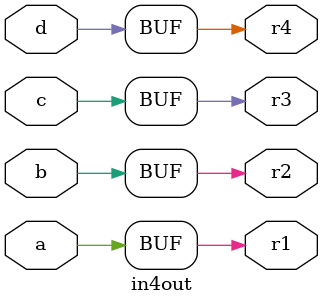
<source format=v>
`timescale 1ns / 1ps


module in4out(a, b, c, d, r1, r2, r3, r4);
    input a, b, c, d;
    output r1, r2, r3, r4;
    
    assign r1 = a;
    assign r2 = b;
    assign r3 = c;
    assign r4 = d;
endmodule

</source>
